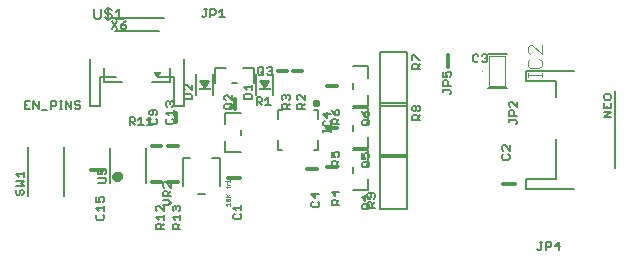
<source format=gbr>
G04 EAGLE Gerber RS-274X export*
G75*
%MOMM*%
%FSLAX34Y34*%
%LPD*%
%INSilkscreen Top*%
%IPPOS*%
%AMOC8*
5,1,8,0,0,1.08239X$1,22.5*%
G01*
%ADD10C,0.203200*%
%ADD11C,0.152400*%
%ADD12C,0.609600*%
%ADD13C,0.304800*%
%ADD14C,0.050800*%
%ADD15C,0.177800*%
%ADD16C,0.010000*%
%ADD17C,0.127000*%
%ADD18C,0.075000*%
%ADD19C,0.101600*%
%ADD20R,1.000000X0.200000*%
%ADD21C,0.406400*%

G36*
X155056Y150395D02*
X155056Y150395D01*
X155083Y150395D01*
X155194Y150427D01*
X155307Y150453D01*
X155330Y150466D01*
X155356Y150474D01*
X155454Y150536D01*
X155555Y150592D01*
X155571Y150610D01*
X155596Y150625D01*
X155781Y150833D01*
X155785Y150837D01*
X157785Y153837D01*
X157816Y153901D01*
X157856Y153961D01*
X157877Y154029D01*
X157908Y154093D01*
X157920Y154164D01*
X157941Y154232D01*
X157943Y154303D01*
X157955Y154374D01*
X157947Y154445D01*
X157949Y154516D01*
X157931Y154585D01*
X157922Y154656D01*
X157895Y154722D01*
X157877Y154791D01*
X157840Y154852D01*
X157813Y154918D01*
X157768Y154974D01*
X157732Y155036D01*
X157680Y155085D01*
X157635Y155140D01*
X157577Y155181D01*
X157524Y155230D01*
X157461Y155263D01*
X157403Y155304D01*
X157335Y155327D01*
X157271Y155360D01*
X157212Y155370D01*
X157134Y155397D01*
X157015Y155403D01*
X156940Y155415D01*
X152940Y155415D01*
X152869Y155405D01*
X152797Y155405D01*
X152729Y155385D01*
X152659Y155375D01*
X152593Y155346D01*
X152524Y155326D01*
X152464Y155288D01*
X152399Y155259D01*
X152344Y155213D01*
X152284Y155175D01*
X152236Y155122D01*
X152182Y155076D01*
X152142Y155016D01*
X152095Y154962D01*
X152064Y154898D01*
X152025Y154839D01*
X152003Y154771D01*
X151972Y154706D01*
X151960Y154636D01*
X151939Y154568D01*
X151937Y154496D01*
X151925Y154426D01*
X151933Y154355D01*
X151931Y154284D01*
X151950Y154214D01*
X151958Y154143D01*
X151983Y154088D01*
X152003Y154009D01*
X152064Y153906D01*
X152095Y153837D01*
X154095Y150837D01*
X154172Y150750D01*
X154245Y150660D01*
X154267Y150645D01*
X154285Y150625D01*
X154382Y150563D01*
X154477Y150496D01*
X154503Y150488D01*
X154525Y150473D01*
X154636Y150441D01*
X154746Y150403D01*
X154773Y150402D01*
X154798Y150395D01*
X154914Y150395D01*
X155030Y150389D01*
X155056Y150395D01*
G37*
G36*
X205856Y150395D02*
X205856Y150395D01*
X205883Y150395D01*
X205994Y150427D01*
X206107Y150453D01*
X206130Y150466D01*
X206156Y150474D01*
X206254Y150536D01*
X206355Y150592D01*
X206371Y150610D01*
X206396Y150625D01*
X206581Y150833D01*
X206585Y150837D01*
X208585Y153837D01*
X208616Y153901D01*
X208656Y153961D01*
X208677Y154029D01*
X208708Y154093D01*
X208720Y154164D01*
X208741Y154232D01*
X208743Y154303D01*
X208755Y154374D01*
X208747Y154445D01*
X208749Y154516D01*
X208731Y154585D01*
X208722Y154656D01*
X208695Y154722D01*
X208677Y154791D01*
X208640Y154852D01*
X208613Y154918D01*
X208568Y154974D01*
X208532Y155036D01*
X208480Y155085D01*
X208435Y155140D01*
X208377Y155181D01*
X208324Y155230D01*
X208261Y155263D01*
X208203Y155304D01*
X208135Y155327D01*
X208071Y155360D01*
X208012Y155370D01*
X207934Y155397D01*
X207815Y155403D01*
X207740Y155415D01*
X203740Y155415D01*
X203669Y155405D01*
X203597Y155405D01*
X203529Y155385D01*
X203459Y155375D01*
X203393Y155346D01*
X203324Y155326D01*
X203264Y155288D01*
X203199Y155259D01*
X203144Y155213D01*
X203084Y155175D01*
X203036Y155122D01*
X202982Y155076D01*
X202942Y155016D01*
X202895Y154962D01*
X202864Y154898D01*
X202825Y154839D01*
X202803Y154771D01*
X202772Y154706D01*
X202760Y154636D01*
X202739Y154568D01*
X202737Y154496D01*
X202725Y154426D01*
X202733Y154355D01*
X202731Y154284D01*
X202750Y154214D01*
X202758Y154143D01*
X202783Y154088D01*
X202803Y154009D01*
X202864Y153906D01*
X202895Y153837D01*
X204895Y150837D01*
X204972Y150750D01*
X205045Y150660D01*
X205067Y150645D01*
X205085Y150625D01*
X205182Y150563D01*
X205277Y150496D01*
X205303Y150488D01*
X205325Y150473D01*
X205436Y150441D01*
X205546Y150403D01*
X205573Y150402D01*
X205598Y150395D01*
X205714Y150395D01*
X205830Y150389D01*
X205856Y150395D01*
G37*
G36*
X114859Y157821D02*
X114859Y157821D01*
X114893Y157818D01*
X114969Y157838D01*
X115046Y157850D01*
X115076Y157867D01*
X115110Y157876D01*
X115174Y157921D01*
X115242Y157959D01*
X115268Y157989D01*
X115293Y158006D01*
X115319Y158045D01*
X115368Y158098D01*
X117908Y161908D01*
X117918Y161931D01*
X117932Y161949D01*
X117933Y161951D01*
X117935Y161954D01*
X117963Y162035D01*
X117997Y162114D01*
X117999Y162141D01*
X118007Y162166D01*
X118005Y162252D01*
X118009Y162338D01*
X118001Y162364D01*
X118001Y162391D01*
X117968Y162470D01*
X117943Y162552D01*
X117926Y162574D01*
X117916Y162598D01*
X117858Y162662D01*
X117806Y162730D01*
X117783Y162744D01*
X117765Y162764D01*
X117688Y162803D01*
X117616Y162849D01*
X117589Y162854D01*
X117565Y162867D01*
X117435Y162886D01*
X117396Y162894D01*
X117389Y162893D01*
X117380Y162894D01*
X112300Y162894D01*
X112274Y162890D01*
X112247Y162892D01*
X112164Y162870D01*
X112079Y162855D01*
X112056Y162841D01*
X112030Y162834D01*
X111960Y162784D01*
X111886Y162740D01*
X111869Y162720D01*
X111847Y162704D01*
X111799Y162633D01*
X111745Y162566D01*
X111736Y162541D01*
X111721Y162519D01*
X111700Y162435D01*
X111673Y162354D01*
X111674Y162327D01*
X111667Y162301D01*
X111677Y162215D01*
X111679Y162129D01*
X111689Y162105D01*
X111692Y162078D01*
X111749Y161958D01*
X111764Y161922D01*
X111766Y161919D01*
X111767Y161917D01*
X111770Y161914D01*
X111772Y161908D01*
X114312Y158098D01*
X114366Y158042D01*
X114414Y157980D01*
X114444Y157962D01*
X114468Y157936D01*
X114538Y157903D01*
X114604Y157861D01*
X114639Y157854D01*
X114670Y157839D01*
X114747Y157832D01*
X114824Y157816D01*
X114859Y157821D01*
G37*
D10*
X5066Y57740D02*
X5066Y99740D01*
X35574Y99740D02*
X35574Y57740D01*
D11*
X-3730Y63588D02*
X-4832Y62487D01*
X-4832Y60284D01*
X-3730Y59182D01*
X-2628Y59182D01*
X-1527Y60284D01*
X-1527Y62487D01*
X-425Y63588D01*
X676Y63588D01*
X1778Y62487D01*
X1778Y60284D01*
X676Y59182D01*
X1778Y66666D02*
X-4832Y66666D01*
X-425Y68869D02*
X1778Y66666D01*
X-425Y68869D02*
X1778Y71073D01*
X-4832Y71073D01*
X-2628Y74150D02*
X-4832Y76354D01*
X1778Y76354D01*
X1778Y78557D02*
X1778Y74150D01*
X152400Y210652D02*
X153502Y209550D01*
X154603Y209550D01*
X155705Y210652D01*
X155705Y216160D01*
X156806Y216160D02*
X154603Y216160D01*
X159884Y216160D02*
X159884Y209550D01*
X159884Y216160D02*
X163189Y216160D01*
X164291Y215058D01*
X164291Y212855D01*
X163189Y211753D01*
X159884Y211753D01*
X167368Y213956D02*
X169572Y216160D01*
X169572Y209550D01*
X171775Y209550D02*
X167368Y209550D01*
X436272Y13548D02*
X437373Y12446D01*
X438475Y12446D01*
X439576Y13548D01*
X439576Y19056D01*
X438475Y19056D02*
X440678Y19056D01*
X443756Y19056D02*
X443756Y12446D01*
X443756Y19056D02*
X447061Y19056D01*
X448162Y17954D01*
X448162Y15751D01*
X447061Y14649D01*
X443756Y14649D01*
X454545Y12446D02*
X454545Y19056D01*
X451240Y15751D01*
X455646Y15751D01*
D10*
X502280Y81800D02*
X502280Y146800D01*
X467280Y64300D02*
X427280Y64300D01*
X427280Y72800D01*
X452280Y72800D01*
X452280Y106800D01*
X452280Y141800D02*
X452280Y155800D01*
X427280Y155800D01*
X427280Y164300D01*
X467280Y164300D01*
D11*
X492721Y124835D02*
X499331Y124835D01*
X499331Y129241D02*
X492721Y124835D01*
X492721Y129241D02*
X499331Y129241D01*
X492721Y132319D02*
X492721Y136725D01*
X492721Y132319D02*
X499331Y132319D01*
X499331Y136725D01*
X496026Y134522D02*
X496026Y132319D01*
X492721Y140904D02*
X492721Y143108D01*
X492721Y140904D02*
X493823Y139803D01*
X498229Y139803D01*
X499331Y140904D01*
X499331Y143108D01*
X498229Y144209D01*
X493823Y144209D01*
X492721Y143108D01*
D10*
X120290Y209070D02*
X75290Y209070D01*
X137790Y174070D02*
X137790Y134070D01*
X129290Y134070D01*
X129290Y159070D01*
X115290Y159070D01*
X80290Y159070D02*
X66290Y159070D01*
X66290Y134070D01*
X57790Y134070D01*
X57790Y174070D01*
D11*
X80733Y199517D02*
X76327Y206127D01*
X80733Y206127D02*
X76327Y199517D01*
X86014Y205025D02*
X88218Y206127D01*
X86014Y205025D02*
X83811Y202822D01*
X83811Y200619D01*
X84913Y199517D01*
X87116Y199517D01*
X88218Y200619D01*
X88218Y201720D01*
X87116Y202822D01*
X83811Y202822D01*
D10*
X75170Y98820D02*
X75170Y68820D01*
X105170Y68820D02*
X105170Y98820D01*
D12*
X79370Y74820D02*
X79372Y74897D01*
X79378Y74974D01*
X79388Y75051D01*
X79402Y75127D01*
X79419Y75202D01*
X79441Y75276D01*
X79466Y75349D01*
X79496Y75421D01*
X79528Y75491D01*
X79565Y75559D01*
X79604Y75625D01*
X79647Y75689D01*
X79694Y75751D01*
X79743Y75810D01*
X79796Y75867D01*
X79851Y75921D01*
X79909Y75972D01*
X79970Y76020D01*
X80033Y76065D01*
X80098Y76106D01*
X80165Y76144D01*
X80234Y76179D01*
X80305Y76209D01*
X80377Y76237D01*
X80451Y76260D01*
X80525Y76280D01*
X80601Y76296D01*
X80677Y76308D01*
X80754Y76316D01*
X80831Y76320D01*
X80909Y76320D01*
X80986Y76316D01*
X81063Y76308D01*
X81139Y76296D01*
X81215Y76280D01*
X81289Y76260D01*
X81363Y76237D01*
X81435Y76209D01*
X81506Y76179D01*
X81575Y76144D01*
X81642Y76106D01*
X81707Y76065D01*
X81770Y76020D01*
X81831Y75972D01*
X81889Y75921D01*
X81944Y75867D01*
X81997Y75810D01*
X82046Y75751D01*
X82093Y75689D01*
X82136Y75625D01*
X82175Y75559D01*
X82212Y75491D01*
X82244Y75421D01*
X82274Y75349D01*
X82299Y75276D01*
X82321Y75202D01*
X82338Y75127D01*
X82352Y75051D01*
X82362Y74974D01*
X82368Y74897D01*
X82370Y74820D01*
X82368Y74743D01*
X82362Y74666D01*
X82352Y74589D01*
X82338Y74513D01*
X82321Y74438D01*
X82299Y74364D01*
X82274Y74291D01*
X82244Y74219D01*
X82212Y74149D01*
X82175Y74081D01*
X82136Y74015D01*
X82093Y73951D01*
X82046Y73889D01*
X81997Y73830D01*
X81944Y73773D01*
X81889Y73719D01*
X81831Y73668D01*
X81770Y73620D01*
X81707Y73575D01*
X81642Y73534D01*
X81575Y73496D01*
X81506Y73461D01*
X81435Y73431D01*
X81363Y73403D01*
X81289Y73380D01*
X81215Y73360D01*
X81139Y73344D01*
X81063Y73332D01*
X80986Y73324D01*
X80909Y73320D01*
X80831Y73320D01*
X80754Y73324D01*
X80677Y73332D01*
X80601Y73344D01*
X80525Y73360D01*
X80451Y73380D01*
X80377Y73403D01*
X80305Y73431D01*
X80234Y73461D01*
X80165Y73496D01*
X80098Y73534D01*
X80033Y73575D01*
X79970Y73620D01*
X79909Y73668D01*
X79851Y73719D01*
X79796Y73773D01*
X79743Y73830D01*
X79694Y73889D01*
X79647Y73951D01*
X79604Y74015D01*
X79565Y74081D01*
X79528Y74149D01*
X79496Y74219D01*
X79466Y74291D01*
X79441Y74364D01*
X79419Y74438D01*
X79402Y74513D01*
X79388Y74589D01*
X79378Y74666D01*
X79372Y74743D01*
X79370Y74820D01*
D11*
X70526Y69342D02*
X65018Y69342D01*
X70526Y69342D02*
X71628Y70444D01*
X71628Y72647D01*
X70526Y73748D01*
X65018Y73748D01*
X65018Y76826D02*
X65018Y81233D01*
X65018Y76826D02*
X68323Y76826D01*
X67222Y79029D01*
X67222Y80131D01*
X68323Y81233D01*
X70526Y81233D01*
X71628Y80131D01*
X71628Y77928D01*
X70526Y76826D01*
D13*
X110300Y69850D02*
X118300Y69850D01*
D11*
X120396Y30380D02*
X113786Y30380D01*
X113786Y33684D01*
X114888Y34786D01*
X117091Y34786D01*
X118193Y33684D01*
X118193Y30380D01*
X118193Y32583D02*
X120396Y34786D01*
X115990Y37864D02*
X113786Y40067D01*
X120396Y40067D01*
X120396Y37864D02*
X120396Y42270D01*
X120396Y45348D02*
X120396Y49754D01*
X120396Y45348D02*
X115990Y49754D01*
X114888Y49754D01*
X113786Y48653D01*
X113786Y46449D01*
X114888Y45348D01*
D13*
X124270Y100330D02*
X132270Y100330D01*
D11*
X122168Y122177D02*
X123270Y123278D01*
X122168Y122177D02*
X122168Y119974D01*
X123270Y118872D01*
X127676Y118872D01*
X128778Y119974D01*
X128778Y122177D01*
X127676Y123278D01*
X124372Y126356D02*
X122168Y128559D01*
X128778Y128559D01*
X128778Y126356D02*
X128778Y130763D01*
X123270Y133840D02*
X122168Y134942D01*
X122168Y137145D01*
X123270Y138247D01*
X124372Y138247D01*
X125473Y137145D01*
X125473Y136044D01*
X125473Y137145D02*
X126575Y138247D01*
X127676Y138247D01*
X128778Y137145D01*
X128778Y134942D01*
X127676Y133840D01*
D13*
X118300Y100330D02*
X110300Y100330D01*
D11*
X108198Y122177D02*
X109300Y123278D01*
X108198Y122177D02*
X108198Y119974D01*
X109300Y118872D01*
X113706Y118872D01*
X114808Y119974D01*
X114808Y122177D01*
X113706Y123278D01*
X113706Y126356D02*
X114808Y127458D01*
X114808Y129661D01*
X113706Y130763D01*
X109300Y130763D01*
X108198Y129661D01*
X108198Y127458D01*
X109300Y126356D01*
X110402Y126356D01*
X111503Y127458D01*
X111503Y130763D01*
D13*
X68580Y80010D02*
X58420Y80010D01*
D11*
X64088Y42406D02*
X62986Y41304D01*
X62986Y39101D01*
X64088Y38000D01*
X68494Y38000D01*
X69596Y39101D01*
X69596Y41304D01*
X68494Y42406D01*
X65190Y45484D02*
X62986Y47687D01*
X69596Y47687D01*
X69596Y45484D02*
X69596Y49890D01*
X62986Y52968D02*
X62986Y57374D01*
X62986Y52968D02*
X66291Y52968D01*
X65190Y55171D01*
X65190Y56273D01*
X66291Y57374D01*
X68494Y57374D01*
X69596Y56273D01*
X69596Y54069D01*
X68494Y52968D01*
D10*
X136900Y66430D02*
X136900Y90430D01*
X142900Y90430D01*
X161400Y90430D02*
X167900Y90430D01*
X167900Y66430D01*
X154900Y59430D02*
X149400Y59430D01*
D11*
X124035Y50292D02*
X119628Y50292D01*
X124035Y50292D02*
X126238Y52495D01*
X124035Y54698D01*
X119628Y54698D01*
X119628Y57776D02*
X126238Y57776D01*
X119628Y57776D02*
X119628Y61081D01*
X120730Y62183D01*
X122933Y62183D01*
X124035Y61081D01*
X124035Y57776D01*
X124035Y59979D02*
X126238Y62183D01*
X126238Y65260D02*
X126238Y69667D01*
X121832Y69667D02*
X126238Y65260D01*
X121832Y69667D02*
X120730Y69667D01*
X119628Y68565D01*
X119628Y66362D01*
X120730Y65260D01*
D14*
X172717Y50970D02*
X173903Y49784D01*
X172717Y50970D02*
X176276Y50970D01*
X176276Y49784D02*
X176276Y52157D01*
X175683Y53526D02*
X173310Y53526D01*
X172717Y54119D01*
X172717Y55306D01*
X173310Y55899D01*
X175683Y55899D01*
X176276Y55306D01*
X176276Y54119D01*
X175683Y53526D01*
X173310Y55899D01*
X172717Y57268D02*
X176276Y57268D01*
X175090Y57268D02*
X172717Y59641D01*
X174497Y57861D02*
X176276Y59641D01*
X175683Y65345D02*
X173310Y65345D01*
X175683Y65345D02*
X176276Y65939D01*
X173903Y65939D02*
X173903Y64752D01*
X173903Y67247D02*
X176276Y67247D01*
X175090Y67247D02*
X173903Y68433D01*
X173903Y69026D01*
X173903Y70365D02*
X173903Y70959D01*
X176276Y70959D01*
X176276Y71552D02*
X176276Y70365D01*
X172717Y70959D02*
X172124Y70959D01*
X173903Y72860D02*
X176276Y72860D01*
X173903Y72860D02*
X173903Y73453D01*
X174497Y74046D01*
X176276Y74046D01*
X174497Y74046D02*
X173903Y74640D01*
X174497Y75233D01*
X176276Y75233D01*
D13*
X132270Y69850D02*
X124270Y69850D01*
D11*
X127756Y30380D02*
X134366Y30380D01*
X127756Y30380D02*
X127756Y33684D01*
X128858Y34786D01*
X131061Y34786D01*
X132163Y33684D01*
X132163Y30380D01*
X132163Y32583D02*
X134366Y34786D01*
X129960Y37864D02*
X127756Y40067D01*
X134366Y40067D01*
X134366Y37864D02*
X134366Y42270D01*
X128858Y45348D02*
X127756Y46449D01*
X127756Y48653D01*
X128858Y49754D01*
X129960Y49754D01*
X131061Y48653D01*
X131061Y47551D01*
X131061Y48653D02*
X132163Y49754D01*
X133264Y49754D01*
X134366Y48653D01*
X134366Y46449D01*
X133264Y45348D01*
D10*
X116540Y198105D02*
X79040Y198105D01*
X69665Y166855D02*
X69665Y154354D01*
X85290Y154354D01*
X110290Y154354D02*
X125915Y154354D01*
X125915Y166855D01*
D15*
X61179Y209767D02*
X61179Y216758D01*
X61179Y209767D02*
X62577Y208369D01*
X65374Y208369D01*
X66772Y209767D01*
X66772Y216758D01*
X70534Y209767D02*
X71932Y208369D01*
X74729Y208369D01*
X76127Y209767D01*
X76127Y211165D01*
X74729Y212564D01*
X71932Y212564D01*
X70534Y213962D01*
X70534Y215360D01*
X71932Y216758D01*
X74729Y216758D01*
X76127Y215360D01*
X73331Y218156D02*
X73331Y206971D01*
X79889Y213962D02*
X82686Y216758D01*
X82686Y208369D01*
X85482Y208369D02*
X79889Y208369D01*
D16*
X389590Y163830D02*
X389690Y163830D01*
D17*
X394590Y149630D02*
X410590Y149630D01*
X410590Y178030D02*
X394590Y178030D01*
D18*
X409090Y176530D02*
X409090Y151030D01*
X395990Y151030D01*
X395990Y176530D01*
X409090Y176530D01*
D19*
X440182Y162452D02*
X440182Y158554D01*
X440182Y160503D02*
X428488Y160503D01*
X428488Y158554D02*
X428488Y162452D01*
X428488Y172197D02*
X430437Y174146D01*
X428488Y172197D02*
X428488Y168299D01*
X430437Y166350D01*
X438233Y166350D01*
X440182Y168299D01*
X440182Y172197D01*
X438233Y174146D01*
X440182Y178044D02*
X440182Y185840D01*
X440182Y178044D02*
X432386Y185840D01*
X430437Y185840D01*
X428488Y183891D01*
X428488Y179993D01*
X430437Y178044D01*
D10*
X198740Y161130D02*
X198740Y143670D01*
X212740Y143670D02*
X212740Y161130D01*
X201740Y155400D02*
X205740Y149400D01*
X201740Y155400D02*
X209740Y155400D01*
X205740Y149400D01*
D20*
X205740Y148400D03*
D11*
X194818Y140462D02*
X188208Y140462D01*
X194818Y140462D02*
X194818Y143767D01*
X193716Y144868D01*
X189310Y144868D01*
X188208Y143767D01*
X188208Y140462D01*
X190412Y147946D02*
X188208Y150149D01*
X194818Y150149D01*
X194818Y147946D02*
X194818Y152353D01*
D10*
X147940Y143670D02*
X147940Y161130D01*
X161940Y161130D02*
X161940Y143670D01*
X154940Y149400D02*
X150940Y155400D01*
X158940Y155400D01*
X154940Y149400D01*
D20*
X154940Y148400D03*
D11*
X144018Y140462D02*
X137408Y140462D01*
X144018Y140462D02*
X144018Y143767D01*
X142916Y144868D01*
X138510Y144868D01*
X137408Y143767D01*
X137408Y140462D01*
X144018Y147946D02*
X144018Y152353D01*
X139612Y152353D02*
X144018Y147946D01*
X139612Y152353D02*
X138510Y152353D01*
X137408Y151251D01*
X137408Y149048D01*
X138510Y147946D01*
D10*
X163616Y153496D02*
X163616Y166624D01*
X173204Y166624D01*
X197064Y166624D02*
X197064Y153496D01*
X197064Y166624D02*
X187476Y166624D01*
X182564Y153416D02*
X177976Y153416D01*
D11*
X200152Y161884D02*
X200152Y166290D01*
X201254Y167392D01*
X203457Y167392D01*
X204558Y166290D01*
X204558Y161884D01*
X203457Y160782D01*
X201254Y160782D01*
X200152Y161884D01*
X202355Y162985D02*
X204558Y160782D01*
X207636Y166290D02*
X208738Y167392D01*
X210941Y167392D01*
X212043Y166290D01*
X212043Y165188D01*
X210941Y164087D01*
X209839Y164087D01*
X210941Y164087D02*
X212043Y162985D01*
X212043Y161884D01*
X210941Y160782D01*
X208738Y160782D01*
X207636Y161884D01*
D13*
X180340Y139890D02*
X180340Y131890D01*
D11*
X198882Y135382D02*
X198882Y141992D01*
X202187Y141992D01*
X203288Y140890D01*
X203288Y138687D01*
X202187Y137585D01*
X198882Y137585D01*
X201085Y137585D02*
X203288Y135382D01*
X206366Y139788D02*
X208569Y141992D01*
X208569Y135382D01*
X206366Y135382D02*
X210773Y135382D01*
D10*
X185594Y95036D02*
X172466Y95036D01*
X172466Y104624D01*
X172466Y128484D02*
X185594Y128484D01*
X172466Y128484D02*
X172466Y118896D01*
X185674Y113984D02*
X185674Y109396D01*
D11*
X177206Y131572D02*
X172800Y131572D01*
X171698Y132674D01*
X171698Y134877D01*
X172800Y135978D01*
X177206Y135978D01*
X178308Y134877D01*
X178308Y132674D01*
X177206Y131572D01*
X176105Y133775D02*
X178308Y135978D01*
X178308Y139056D02*
X178308Y143463D01*
X173902Y143463D02*
X178308Y139056D01*
X173902Y143463D02*
X172800Y143463D01*
X171698Y142361D01*
X171698Y140158D01*
X172800Y139056D01*
X6836Y138436D02*
X2430Y138436D01*
X2430Y131826D01*
X6836Y131826D01*
X4633Y135131D02*
X2430Y135131D01*
X9914Y131826D02*
X9914Y138436D01*
X14320Y131826D01*
X14320Y138436D01*
X17398Y130724D02*
X21804Y130724D01*
X24882Y131826D02*
X24882Y138436D01*
X28187Y138436D01*
X29289Y137334D01*
X29289Y135131D01*
X28187Y134029D01*
X24882Y134029D01*
X32366Y131826D02*
X34569Y131826D01*
X33468Y131826D02*
X33468Y138436D01*
X34569Y138436D02*
X32366Y138436D01*
X37356Y138436D02*
X37356Y131826D01*
X41762Y131826D02*
X37356Y138436D01*
X41762Y138436D02*
X41762Y131826D01*
X48145Y138436D02*
X49246Y137334D01*
X48145Y138436D02*
X45941Y138436D01*
X44840Y137334D01*
X44840Y136232D01*
X45941Y135131D01*
X48145Y135131D01*
X49246Y134029D01*
X49246Y132928D01*
X48145Y131826D01*
X45941Y131826D01*
X44840Y132928D01*
D10*
X250680Y131300D02*
X250680Y123300D01*
X250680Y131300D02*
X247180Y131300D01*
X216680Y131300D02*
X216680Y123300D01*
X216680Y131300D02*
X220180Y131300D01*
X220180Y97300D02*
X216680Y97300D01*
X216680Y105300D01*
X250680Y105300D02*
X250680Y97300D01*
X247180Y97300D01*
D21*
X248180Y136800D02*
X248182Y136863D01*
X248188Y136925D01*
X248198Y136987D01*
X248211Y137049D01*
X248229Y137109D01*
X248250Y137168D01*
X248275Y137226D01*
X248304Y137282D01*
X248336Y137336D01*
X248371Y137388D01*
X248409Y137437D01*
X248451Y137485D01*
X248495Y137529D01*
X248543Y137571D01*
X248592Y137609D01*
X248644Y137644D01*
X248698Y137676D01*
X248754Y137705D01*
X248812Y137730D01*
X248871Y137751D01*
X248931Y137769D01*
X248993Y137782D01*
X249055Y137792D01*
X249117Y137798D01*
X249180Y137800D01*
X249243Y137798D01*
X249305Y137792D01*
X249367Y137782D01*
X249429Y137769D01*
X249489Y137751D01*
X249548Y137730D01*
X249606Y137705D01*
X249662Y137676D01*
X249716Y137644D01*
X249768Y137609D01*
X249817Y137571D01*
X249865Y137529D01*
X249909Y137485D01*
X249951Y137437D01*
X249989Y137388D01*
X250024Y137336D01*
X250056Y137282D01*
X250085Y137226D01*
X250110Y137168D01*
X250131Y137109D01*
X250149Y137049D01*
X250162Y136987D01*
X250172Y136925D01*
X250178Y136863D01*
X250180Y136800D01*
X250178Y136737D01*
X250172Y136675D01*
X250162Y136613D01*
X250149Y136551D01*
X250131Y136491D01*
X250110Y136432D01*
X250085Y136374D01*
X250056Y136318D01*
X250024Y136264D01*
X249989Y136212D01*
X249951Y136163D01*
X249909Y136115D01*
X249865Y136071D01*
X249817Y136029D01*
X249768Y135991D01*
X249716Y135956D01*
X249662Y135924D01*
X249606Y135895D01*
X249548Y135870D01*
X249489Y135849D01*
X249429Y135831D01*
X249367Y135818D01*
X249305Y135808D01*
X249243Y135802D01*
X249180Y135800D01*
X249117Y135802D01*
X249055Y135808D01*
X248993Y135818D01*
X248931Y135831D01*
X248871Y135849D01*
X248812Y135870D01*
X248754Y135895D01*
X248698Y135924D01*
X248644Y135956D01*
X248592Y135991D01*
X248543Y136029D01*
X248495Y136071D01*
X248451Y136115D01*
X248409Y136163D01*
X248371Y136212D01*
X248336Y136264D01*
X248304Y136318D01*
X248275Y136374D01*
X248250Y136432D01*
X248229Y136491D01*
X248211Y136551D01*
X248198Y136613D01*
X248188Y136675D01*
X248182Y136737D01*
X248180Y136800D01*
D11*
X262046Y114307D02*
X262046Y112104D01*
X262046Y113206D02*
X255436Y113206D01*
X255436Y114307D02*
X255436Y112104D01*
X255436Y120399D02*
X256538Y121500D01*
X255436Y120399D02*
X255436Y118195D01*
X256538Y117094D01*
X260944Y117094D01*
X262046Y118195D01*
X262046Y120399D01*
X260944Y121500D01*
X262046Y127883D02*
X255436Y127883D01*
X258741Y124578D01*
X258741Y128984D01*
D13*
X237680Y163830D02*
X229680Y163830D01*
D11*
X233166Y131844D02*
X239776Y131844D01*
X233166Y131844D02*
X233166Y135149D01*
X234268Y136250D01*
X236471Y136250D01*
X237573Y135149D01*
X237573Y131844D01*
X237573Y134047D02*
X239776Y136250D01*
X239776Y139328D02*
X239776Y143734D01*
X239776Y139328D02*
X235370Y143734D01*
X234268Y143734D01*
X233166Y142633D01*
X233166Y140429D01*
X234268Y139328D01*
D13*
X224980Y163830D02*
X216980Y163830D01*
D11*
X220466Y131844D02*
X227076Y131844D01*
X220466Y131844D02*
X220466Y135149D01*
X221568Y136250D01*
X223771Y136250D01*
X224873Y135149D01*
X224873Y131844D01*
X224873Y134047D02*
X227076Y136250D01*
X221568Y139328D02*
X220466Y140429D01*
X220466Y142633D01*
X221568Y143734D01*
X222670Y143734D01*
X223771Y142633D01*
X223771Y141531D01*
X223771Y142633D02*
X224873Y143734D01*
X225974Y143734D01*
X227076Y142633D01*
X227076Y140429D01*
X225974Y139328D01*
X362372Y144172D02*
X363474Y145273D01*
X363474Y146375D01*
X362372Y147476D01*
X356864Y147476D01*
X356864Y146375D02*
X356864Y148578D01*
X356864Y151656D02*
X363474Y151656D01*
X356864Y151656D02*
X356864Y154961D01*
X357966Y156062D01*
X360169Y156062D01*
X361271Y154961D01*
X361271Y151656D01*
X356864Y159140D02*
X356864Y163546D01*
X356864Y159140D02*
X360169Y159140D01*
X359068Y161343D01*
X359068Y162445D01*
X360169Y163546D01*
X362372Y163546D01*
X363474Y162445D01*
X363474Y160241D01*
X362372Y159140D01*
D10*
X293624Y96734D02*
X280496Y96734D01*
X293624Y96734D02*
X293624Y87146D01*
X293624Y63286D02*
X280496Y63286D01*
X293624Y63286D02*
X293624Y72874D01*
X280416Y77786D02*
X280416Y82374D01*
D11*
X288878Y46754D02*
X293284Y46754D01*
X288878Y46754D02*
X287776Y47855D01*
X287776Y50059D01*
X288878Y51160D01*
X293284Y51160D01*
X294386Y50059D01*
X294386Y47855D01*
X293284Y46754D01*
X292183Y48957D02*
X294386Y51160D01*
X294386Y57543D02*
X287776Y57543D01*
X291081Y54238D01*
X291081Y58644D01*
D10*
X293624Y132294D02*
X280496Y132294D01*
X293624Y132294D02*
X293624Y122706D01*
X293624Y98846D02*
X280496Y98846D01*
X293624Y98846D02*
X293624Y108434D01*
X280416Y113346D02*
X280416Y117934D01*
D11*
X288878Y82314D02*
X293284Y82314D01*
X288878Y82314D02*
X287776Y83415D01*
X287776Y85619D01*
X288878Y86720D01*
X293284Y86720D01*
X294386Y85619D01*
X294386Y83415D01*
X293284Y82314D01*
X292183Y84517D02*
X294386Y86720D01*
X287776Y89798D02*
X287776Y94204D01*
X287776Y89798D02*
X291081Y89798D01*
X289980Y92001D01*
X289980Y93103D01*
X291081Y94204D01*
X293284Y94204D01*
X294386Y93103D01*
X294386Y90899D01*
X293284Y89798D01*
D10*
X293624Y167854D02*
X280496Y167854D01*
X293624Y167854D02*
X293624Y158266D01*
X293624Y134406D02*
X280496Y134406D01*
X293624Y134406D02*
X293624Y143994D01*
X280416Y148906D02*
X280416Y153494D01*
D11*
X288878Y117874D02*
X293284Y117874D01*
X288878Y117874D02*
X287776Y118975D01*
X287776Y121179D01*
X288878Y122280D01*
X293284Y122280D01*
X294386Y121179D01*
X294386Y118975D01*
X293284Y117874D01*
X292183Y120077D02*
X294386Y122280D01*
X288878Y127561D02*
X287776Y129764D01*
X288878Y127561D02*
X291081Y125358D01*
X293284Y125358D01*
X294386Y126459D01*
X294386Y128663D01*
X293284Y129764D01*
X292183Y129764D01*
X291081Y128663D01*
X291081Y125358D01*
D13*
X266890Y115570D02*
X258890Y115570D01*
D11*
X262376Y83584D02*
X268986Y83584D01*
X262376Y83584D02*
X262376Y86889D01*
X263478Y87990D01*
X265681Y87990D01*
X266783Y86889D01*
X266783Y83584D01*
X266783Y85787D02*
X268986Y87990D01*
X262376Y91068D02*
X262376Y95474D01*
X262376Y91068D02*
X265681Y91068D01*
X264580Y93271D01*
X264580Y94373D01*
X265681Y95474D01*
X267884Y95474D01*
X268986Y94373D01*
X268986Y92169D01*
X267884Y91068D01*
D13*
X266890Y151130D02*
X258890Y151130D01*
D11*
X262376Y119144D02*
X268986Y119144D01*
X262376Y119144D02*
X262376Y122449D01*
X263478Y123550D01*
X265681Y123550D01*
X266783Y122449D01*
X266783Y119144D01*
X266783Y121347D02*
X268986Y123550D01*
X263478Y128831D02*
X262376Y131034D01*
X263478Y128831D02*
X265681Y126628D01*
X267884Y126628D01*
X268986Y127729D01*
X268986Y129933D01*
X267884Y131034D01*
X266783Y131034D01*
X265681Y129933D01*
X265681Y126628D01*
D13*
X266890Y82550D02*
X258890Y82550D01*
D11*
X262376Y50564D02*
X268986Y50564D01*
X262376Y50564D02*
X262376Y53869D01*
X263478Y54970D01*
X265681Y54970D01*
X266783Y53869D01*
X266783Y50564D01*
X266783Y52767D02*
X268986Y54970D01*
X268986Y61353D02*
X262376Y61353D01*
X265681Y58048D01*
X265681Y62454D01*
X418252Y118772D02*
X419354Y119873D01*
X419354Y120975D01*
X418252Y122076D01*
X412744Y122076D01*
X412744Y120975D02*
X412744Y123178D01*
X412744Y126256D02*
X419354Y126256D01*
X412744Y126256D02*
X412744Y129561D01*
X413846Y130662D01*
X416049Y130662D01*
X417151Y129561D01*
X417151Y126256D01*
X419354Y133740D02*
X419354Y138146D01*
X419354Y133740D02*
X414948Y138146D01*
X413846Y138146D01*
X412744Y137045D01*
X412744Y134841D01*
X413846Y133740D01*
D10*
X326390Y134620D02*
X326390Y180340D01*
X326390Y134620D02*
X303530Y134620D01*
X303530Y180340D01*
X326390Y180340D01*
D11*
X330829Y165499D02*
X337439Y165499D01*
X330829Y165499D02*
X330829Y168804D01*
X331931Y169905D01*
X334134Y169905D01*
X335236Y168804D01*
X335236Y165499D01*
X335236Y167702D02*
X337439Y169905D01*
X330829Y172983D02*
X330829Y177389D01*
X331931Y177389D01*
X336337Y172983D01*
X337439Y172983D01*
D10*
X326390Y137160D02*
X326390Y91440D01*
X303530Y91440D01*
X303530Y137160D01*
X326390Y137160D01*
D11*
X330829Y122319D02*
X337439Y122319D01*
X330829Y122319D02*
X330829Y125624D01*
X331931Y126725D01*
X334134Y126725D01*
X335236Y125624D01*
X335236Y122319D01*
X335236Y124522D02*
X337439Y126725D01*
X331931Y129803D02*
X330829Y130904D01*
X330829Y133108D01*
X331931Y134209D01*
X333033Y134209D01*
X334134Y133108D01*
X335236Y134209D01*
X336337Y134209D01*
X337439Y133108D01*
X337439Y130904D01*
X336337Y129803D01*
X335236Y129803D01*
X334134Y130904D01*
X333033Y129803D01*
X331931Y129803D01*
X334134Y130904D02*
X334134Y133108D01*
D10*
X303530Y92710D02*
X303530Y46990D01*
X303530Y92710D02*
X326390Y92710D01*
X326390Y46990D01*
X303530Y46990D01*
D11*
X299085Y48387D02*
X292475Y48387D01*
X292475Y51692D01*
X293577Y52793D01*
X295780Y52793D01*
X296882Y51692D01*
X296882Y48387D01*
X296882Y50590D02*
X299085Y52793D01*
X297983Y55871D02*
X299085Y56973D01*
X299085Y59176D01*
X297983Y60278D01*
X293577Y60278D01*
X292475Y59176D01*
X292475Y56973D01*
X293577Y55871D01*
X294679Y55871D01*
X295780Y56973D01*
X295780Y60278D01*
D13*
X184785Y73025D02*
X174625Y73025D01*
D11*
X180293Y42905D02*
X179191Y41804D01*
X179191Y39600D01*
X180293Y38499D01*
X184699Y38499D01*
X185801Y39600D01*
X185801Y41804D01*
X184699Y42905D01*
X181395Y45983D02*
X179191Y48186D01*
X185801Y48186D01*
X185801Y45983D02*
X185801Y50389D01*
D13*
X407670Y67945D02*
X417830Y67945D01*
D11*
X406648Y92332D02*
X407750Y93433D01*
X406648Y92332D02*
X406648Y90129D01*
X407750Y89027D01*
X412156Y89027D01*
X413258Y90129D01*
X413258Y92332D01*
X412156Y93433D01*
X413258Y96511D02*
X413258Y100918D01*
X408852Y100918D02*
X413258Y96511D01*
X408852Y100918D02*
X407750Y100918D01*
X406648Y99816D01*
X406648Y97613D01*
X407750Y96511D01*
D13*
X361315Y167005D02*
X361315Y177165D01*
D11*
X385702Y178187D02*
X386803Y177085D01*
X385702Y178187D02*
X383499Y178187D01*
X382397Y177085D01*
X382397Y172679D01*
X383499Y171577D01*
X385702Y171577D01*
X386803Y172679D01*
X389881Y177085D02*
X390983Y178187D01*
X393186Y178187D01*
X394288Y177085D01*
X394288Y175983D01*
X393186Y174882D01*
X392084Y174882D01*
X393186Y174882D02*
X394288Y173780D01*
X394288Y172679D01*
X393186Y171577D01*
X390983Y171577D01*
X389881Y172679D01*
D13*
X249745Y80645D02*
X241745Y80645D01*
D11*
X246333Y53065D02*
X245231Y51964D01*
X245231Y49760D01*
X246333Y48659D01*
X250739Y48659D01*
X251841Y49760D01*
X251841Y51964D01*
X250739Y53065D01*
X251841Y59448D02*
X245231Y59448D01*
X248536Y56143D01*
X248536Y60549D01*
D13*
X130810Y120460D02*
X130810Y128460D01*
D11*
X91340Y124974D02*
X91340Y118364D01*
X91340Y124974D02*
X94644Y124974D01*
X95746Y123872D01*
X95746Y121669D01*
X94644Y120567D01*
X91340Y120567D01*
X93543Y120567D02*
X95746Y118364D01*
X98824Y122770D02*
X101027Y124974D01*
X101027Y118364D01*
X98824Y118364D02*
X103230Y118364D01*
X106308Y122770D02*
X108511Y124974D01*
X108511Y118364D01*
X106308Y118364D02*
X110714Y118364D01*
M02*

</source>
